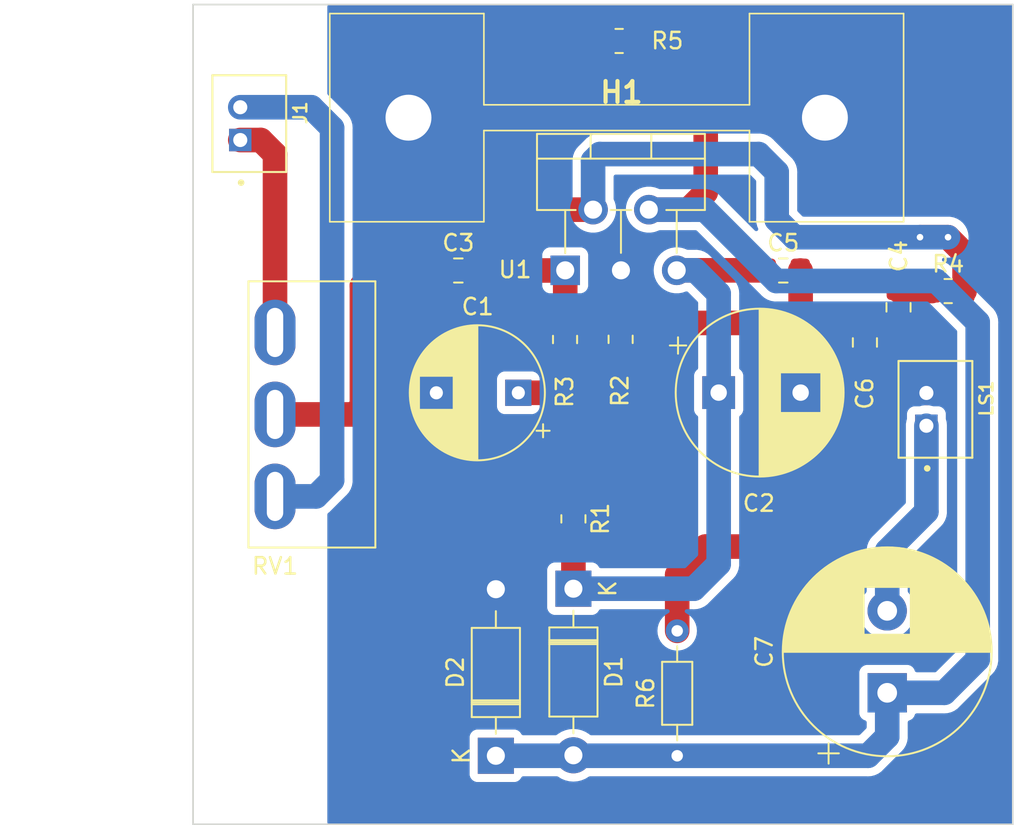
<source format=kicad_pcb>
(kicad_pcb (version 20221018) (generator pcbnew)
  (layers (0 "F.Cu" signal) (31 "B.Cu" signal) (34 "B.Paste" user) (35 "F.Paste" user) (36 "B.SilkS" user "B.Silkscreen") (37 "F.SilkS" user "F.Silkscreen") (38 "B.Mask" user) (39 "F.Mask" user) (44 "Edge.Cuts" user))
  (net 0 "")
  (net 1 "Net-(C1-Pad1)")
  (net 2 "-12V")
  (net 3 "+12V")
  (net 4 "Net-(C3-Pad1)")
  (net 5 "Net-(U1-+)")
  (net 6 "Net-(C4-Pad1)")
  (net 7 "Net-(C6-Pad1)")
  (net 8 "Net-(D1-A)")
  (net 9 "Net-(C7-Pad2)")
  (net 10 "Net-(U1--)")
  (net 11 "Signal_INPUT")
  (net 12 "GND")
  (footprint "Diode_THT:D_DO-41_SOD81_P10.16mm_Horizontal" (layer "F.Cu") (at 118.47 145.82 90)
    (fp_text reference "D2" (at 5.08 -2.47 90) (layer "F.SilkS"))
    (fp_text value "1N4007")
    (fp_text user "K" (at 0 -2.1 90) (layer "F.SilkS"))
    (pad "1" thru_hole rect (at 0 0 90) (size 2.2 2.2) (drill 1.1) (layers "*.Cu" "*.Mask") (net 8 "Net-(D1-A)"))
    (pad "2" thru_hole oval (at 10.16 0 90) (size 2.2 2.2) (drill 1.1) (layers "*.Cu" "*.Mask") (net 2 "-12V"))
  )
  (footprint "Capacitor_THT:CP_Radial_D8.0mm_P5.00mm" (layer "F.Cu") (at 119.84 123.68 180)
    (fp_text reference "C1" (at 2.48 5.25) (layer "F.SilkS"))
    (fp_text value "22uf")
    (pad "1" thru_hole rect (at 0 0 180) (size 1.6 1.6) (drill 0.8) (layers "*.Cu" "*.Mask") (net 1 "Net-(C1-Pad1)"))
    (pad "2" thru_hole circle (at 5 0 180) (size 1.6 1.6) (drill 0.8) (layers "*.Cu" "*.Mask") (net 2 "-12V"))
  )
  (footprint "Capacitor_THT:CP_Radial_D12.5mm_P5.00mm" (layer "F.Cu") (at 142.34 141.98 90)
    (fp_text reference "C7" (at 2.5 -7.5 90) (layer "F.SilkS"))
    (fp_text value "2000uf")
    (pad "1" thru_hole rect (at 0 0 90) (size 2.4 2.4) (drill 1.2) (layers "*.Cu" "*.Mask") (net 8 "Net-(D1-A)"))
    (pad "2" thru_hole circle (at 5 0 90) (size 2.4 2.4) (drill 1.2) (layers "*.Cu" "*.Mask") (net 9 "Net-(C7-Pad2)"))
  )
  (footprint "Capacitor_SMD:C_0805_2012Metric_Pad1.18x1.45mm_HandSolder" (layer "F.Cu") (at 140.98 120.61 90)
    (fp_text reference "C6" (at -3.12 -0.01 90) (layer "F.SilkS"))
    (fp_text value "220nf")
    (pad "1" smd roundrect (at -1.0375 0 90) (size 1.175 1.45) (layers "F.Cu" "F.Paste" "F.Mask") (roundrect_rratio 0.212766) (net 7 "Net-(C6-Pad1)"))
    (pad "2" smd roundrect (at 1.0375 0 90) (size 1.175 1.45) (layers "F.Cu" "F.Paste" "F.Mask") (roundrect_rratio 0.212766) (net 2 "-12V"))
  )
  (footprint "footprints:JST_B2B-PH-K-S(LF)(SN)" (layer "F.Cu") (at 103.43 107.2625 -90)
    (fp_text reference "J1" (at -0.660995 -3.112685 90) (layer "F.SilkS") (effects (font (size 0.801205 0.801205))))
    (fp_text value "Conn_01x02_Pin")
    (pad "1" thru_hole rect (at 1 0.55 270) (size 1.368 1.368) (drill 0.86) (layers "*.Cu" "*.Mask") (net 11 "Signal_INPUT"))
    (pad "2" thru_hole circle (at -1 0.55 270) (size 1.368 1.368) (drill 0.86) (layers "*.Cu" "*.Mask") (net 12 "GND"))
  )
  (footprint "Resistor_SMD:R_0805_2012Metric_Pad1.20x1.40mm_HandSolder" (layer "F.Cu") (at 122.69 120.43 90)
    (fp_text reference "R3" (at -3.19 -0.02 90) (layer "F.SilkS"))
    (fp_text value "100k")
    (pad "1" smd roundrect (at -1 0 90) (size 1.2 1.4) (layers "F.Cu" "F.Paste" "F.Mask") (roundrect_rratio 0.208333) (net 1 "Net-(C1-Pad1)"))
    (pad "2" smd roundrect (at 1 0 90) (size 1.2 1.4) (layers "F.Cu" "F.Paste" "F.Mask") (roundrect_rratio 0.208333) (net 5 "Net-(U1-+)"))
  )
  (footprint "Resistor_SMD:R_0805_2012Metric_Pad1.20x1.40mm_HandSolder" (layer "F.Cu") (at 126.08 120.42 -90)
    (fp_text reference "R2" (at 3.14 0.04 90) (layer "F.SilkS"))
    (fp_text value "100k")
    (pad "1" smd roundrect (at -1 0 270) (size 1.2 1.4) (layers "F.Cu" "F.Paste" "F.Mask") (roundrect_rratio 0.208333) (net 2 "-12V"))
    (pad "2" smd roundrect (at 1 0 270) (size 1.2 1.4) (layers "F.Cu" "F.Paste" "F.Mask") (roundrect_rratio 0.208333) (net 1 "Net-(C1-Pad1)"))
  )
  (footprint "Capacitor_SMD:C_0805_2012Metric_Pad1.18x1.45mm_HandSolder" (layer "F.Cu") (at 143.03 118.4675 -90)
    (fp_text reference "C4" (at -3.12 -0.01 90) (layer "F.SilkS"))
    (fp_text value "2uf")
    (pad "1" smd roundrect (at -1.0375 0 270) (size 1.175 1.45) (layers "F.Cu" "F.Paste" "F.Mask") (roundrect_rratio 0.212766) (net 6 "Net-(C4-Pad1)"))
    (pad "2" smd roundrect (at 1.0375 0 270) (size 1.175 1.45) (layers "F.Cu" "F.Paste" "F.Mask") (roundrect_rratio 0.212766) (net 2 "-12V"))
  )
  (footprint "Resistor_THT:R_Axial_DIN0204_L3.6mm_D1.6mm_P7.62mm_Horizontal" (layer "F.Cu") (at 129.53 145.82 90)
    (fp_text reference "R6" (at 3.81 -1.92 90) (layer "F.SilkS"))
    (fp_text value "1ohm")
    (pad "1" thru_hole circle (at 0 0 90) (size 1.4 1.4) (drill 0.7) (layers "*.Cu" "*.Mask") (net 8 "Net-(D1-A)"))
    (pad "2" thru_hole oval (at 7.62 0 90) (size 1.4 1.4) (drill 0.7) (layers "*.Cu" "*.Mask") (net 7 "Net-(C6-Pad1)"))
  )
  (footprint "Resistor_SMD:R_0805_2012Metric_Pad1.20x1.40mm_HandSolder" (layer "F.Cu") (at 125.99 102.22 180)
    (fp_text reference "R5" (at -2.94 0.01) (layer "F.SilkS"))
    (fp_text value "150k")
    (pad "1" smd roundrect (at -1 0 180) (size 1.2 1.4) (layers "F.Cu" "F.Paste" "F.Mask") (roundrect_rratio 0.208333) (net 8 "Net-(D1-A)"))
    (pad "2" smd roundrect (at 1 0 180) (size 1.2 1.4) (layers "F.Cu" "F.Paste" "F.Mask") (roundrect_rratio 0.208333) (net 10 "Net-(U1--)"))
  )
  (footprint "Capacitor_THT:CP_Radial_D10.0mm_P5.00mm" (layer "F.Cu") (at 132.06 123.67)
    (fp_text reference "C2" (at 2.45 6.75) (layer "F.SilkS"))
    (fp_text value "100uf")
    (pad "1" thru_hole rect (at 0 0) (size 2 2) (drill 1) (layers "*.Cu" "*.Mask") (net 3 "+12V"))
    (pad "2" thru_hole circle (at 5 0) (size 2 2) (drill 1) (layers "*.Cu" "*.Mask") (net 2 "-12V"))
  )
  (footprint "Diode_THT:D_DO-41_SOD81_P10.16mm_Horizontal" (layer "F.Cu") (at 123.2 135.63 -90)
    (fp_text reference "D1" (at 5.08 -2.47 90) (layer "F.SilkS"))
    (fp_text value "1N4007")
    (fp_text user "K" (at 0 -2.1 90) (layer "F.SilkS"))
    (pad "1" thru_hole rect (at 0 0 270) (size 2.2 2.2) (drill 1.1) (layers "*.Cu" "*.Mask") (net 3 "+12V"))
    (pad "2" thru_hole oval (at 10.16 0 270) (size 2.2 2.2) (drill 1.1) (layers "*.Cu" "*.Mask") (net 8 "Net-(D1-A)"))
  )
  (footprint "Potentiometer_THT:Potentiometer_Piher_T-16H_Single_Horizontal" (layer "F.Cu") (at 105 120 180)
    (fp_text reference "RV1" (at 0 -14.25) (layer "F.SilkS"))
    (fp_text value "22k")
    (pad "1" thru_hole oval locked (at 0 0 180) (size 2.5 4) (drill oval 1 3) (layers "*.Cu" "*.Mask") (net 11 "Signal_INPUT"))
    (pad "2" thru_hole oval locked (at 0 -5 180) (size 2.5 4) (drill oval 1 3) (layers "*.Cu" "*.Mask") (net 4 "Net-(C3-Pad1)"))
    (pad "3" thru_hole oval locked (at 0 -10 180) (size 2.5 4) (drill oval 1 3) (layers "*.Cu" "*.Mask") (net 12 "GND"))
  )
  (footprint "Package_TO_SOT_THT:TO-220-5_P3.4x3.7mm_StaggerOdd_Lead3.8mm_Vertical" (layer "F.Cu") (at 122.7 116.21)
    (fp_text reference "U1" (at -3.06 -0.04) (layer "F.SilkS"))
    (fp_text value "TDA2030")
    (pad "1" thru_hole rect (at 0 0) (size 1.8 1.8) (drill 1.1) (layers "*.Cu" "*.Mask") (net 5 "Net-(U1-+)"))
    (pad "2" thru_hole oval (at 1.7 -3.7) (size 1.8 1.8) (drill 1.1) (layers "*.Cu" "*.Mask") (net 10 "Net-(U1--)"))
    (pad "3" thru_hole oval (at 3.4 0) (size 1.8 1.8) (drill 1.1) (layers "*.Cu" "*.Mask") (net 2 "-12V"))
    (pad "4" thru_hole oval (at 5.1 -3.7) (size 1.8 1.8) (drill 1.1) (layers "*.Cu" "*.Mask") (net 8 "Net-(D1-A)"))
    (pad "5" thru_hole oval (at 6.8 0) (size 1.8 1.8) (drill 1.1) (layers "*.Cu" "*.Mask") (net 3 "+12V"))
  )
  (footprint "footprints:JST_B2B-PH-K-S(LF)(SN)" (layer "F.Cu") (at 145.28 124.69 -90)
    (fp_text reference "LS1" (at -0.660995 -3.112685 90) (layer "F.SilkS") (effects (font (size 0.801205 0.801205))))
    (fp_text value "Speaker")
    (pad "1" thru_hole rect (at 1 0.55 270) (size 1.368 1.368) (drill 0.86) (layers "*.Cu" "*.Mask") (net 9 "Net-(C7-Pad2)"))
    (pad "2" thru_hole circle (at -1 0.55 270) (size 1.368 1.368) (drill 0.86) (layers "*.Cu" "*.Mask") (net 2 "-12V"))
  )
  (footprint "Resistor_SMD:R_0805_2012Metric_Pad1.20x1.40mm_HandSolder" (layer "F.Cu") (at 123.2 131.37 -90)
    (fp_text reference "R1" (at 0 -1.65 90) (layer "F.SilkS"))
    (fp_text value "100k")
    (pad "1" smd roundrect (at -1 0 270) (size 1.2 1.4) (layers "F.Cu" "F.Paste" "F.Mask") (roundrect_rratio 0.208333) (net 1 "Net-(C1-Pad1)"))
    (pad "2" smd roundrect (at 1 0 270) (size 1.2 1.4) (layers "F.Cu" "F.Paste" "F.Mask") (roundrect_rratio 0.208333) (net 3 "+12V"))
  )
  (footprint "Capacitor_SMD:C_0805_2012Metric_Pad1.18x1.45mm_HandSolder" (layer "F.Cu") (at 136 116.22)
    (fp_text reference "C5" (at 0 -1.68) (layer "F.SilkS"))
    (fp_text value "100nf")
    (pad "1" smd roundrect (at -1.0375 0) (size 1.175 1.45) (layers "F.Cu" "F.Paste" "F.Mask") (roundrect_rratio 0.212766) (net 3 "+12V"))
    (pad "2" smd roundrect (at 1.0375 0) (size 1.175 1.45) (layers "F.Cu" "F.Paste" "F.Mask") (roundrect_rratio 0.212766) (net 2 "-12V"))
  )
  (footprint "Resistor_SMD:R_0805_2012Metric_Pad1.20x1.40mm_HandSolder" (layer "F.Cu") (at 146.06 117.475)
    (fp_text reference "R4" (at 0 -1.65) (layer "F.SilkS"))
    (fp_text value "4.7k")
    (pad "1" smd roundrect (at -1 0) (size 1.2 1.4) (layers "F.Cu" "F.Paste" "F.Mask") (roundrect_rratio 0.208333) (net 6 "Net-(C4-Pad1)"))
    (pad "2" smd roundrect (at 1 0) (size 1.2 1.4) (layers "F.Cu" "F.Paste" "F.Mask") (roundrect_rratio 0.208333) (net 10 "Net-(U1--)"))
  )
  (footprint "Capacitor_SMD:C_0805_2012Metric_Pad1.18x1.45mm_HandSolder" (layer "F.Cu") (at 116.18 116.22)
    (fp_text reference "C3" (at 0 -1.68) (layer "F.SilkS"))
    (fp_text value "1uf")
    (pad "1" smd roundrect (at -1.0375 0) (size 1.175 1.45) (layers "F.Cu" "F.Paste" "F.Mask") (roundrect_rratio 0.212766) (net 4 "Net-(C3-Pad1)"))
    (pad "2" smd roundrect (at 1.0375 0) (size 1.175 1.45) (layers "F.Cu" "F.Paste" "F.Mask") (roundrect_rratio 0.212766) (net 5 "Net-(U1-+)"))
  )
  (footprint "SamacSys_Parts:HSEB20254035H01" (layer "F.Cu") (at 113.14 106.9)
    (fp_text reference "H1" (at 12.99 -1.54) (layer "F.SilkS") (effects (font (size 1.27 1.27) (thickness 0.254))))
    (fp_text value "HSE-B20254-035H-01" hide)
    (pad "1" thru_hole circle (at 0 0) (size 4.2 4.2) (drill 2.8) (layers "*.Cu" "*.Mask") (net 2 "-12V"))
    (pad "2" thru_hole circle (at 25.4 0) (size 4.2 4.2) (drill 2.8) (layers "*.Cu" "*.Mask") (net 2 "-12V"))
  )
  (gr_line (start 100 150) (end 150 150) (stroke (width 0.1)) (layer "Edge.Cuts"))
  (gr_line (start 100 100) (end 150 100) (stroke (width 0.1)) (layer "Edge.Cuts"))
  (gr_line (start 100 100) (end 100 150) (stroke (width 0.1)) (layer "Edge.Cuts"))
  (gr_line (start 150 100) (end 150 150) (stroke (width 0.1)) (layer "Edge.Cuts"))
  (segment (start 123.2 123.78) (end 123.2 130.37) (width 1.5) (layer "F.Cu") (net 1))
  (segment (start 122.28 123.68) (end 122.69 123.27) (width 1.5) (layer "F.Cu") (net 1))
  (segment (start 122.69 121.43) (end 126.07 121.43) (width 1.5) (layer "F.Cu") (net 1))
  (segment (start 119.84 123.68) (end 122.28 123.68) (width 1.5) (layer "F.Cu") (net 1))
  (segment (start 122.69 123.27) (end 123.2 123.78) (width 1.5) (layer "F.Cu") (net 1))
  (segment (start 126.07 121.43) (end 126.08 121.42) (width 1.5) (layer "F.Cu") (net 1))
  (segment (start 122.69 123.27) (end 122.69 121.43) (width 1.5) (layer "F.Cu") (net 1))
  (segment (start 137.06 116.2425) (end 137.0375 116.22) (width 1.5) (layer "F.Cu") (net 2))
  (segment (start 137.06 121.93) (end 137.06 123.67) (width 1.5) (layer "F.Cu") (net 2))
  (segment (start 126.1 119.4) (end 126.08 119.42) (width 1.5) (layer "F.Cu") (net 2))
  (segment (start 143.03 119.505) (end 142.28 119.505) (width 1.5) (layer "F.Cu") (net 2))
  (segment (start 126.08 119.42) (end 137.06 119.42) (width 1.5) (layer "F.Cu") (net 2))
  (segment (start 137.06 121.93) (end 137.06 116.2425) (width 1.5) (layer "F.Cu") (net 2))
  (segment (start 144.005 119.505) (end 144.73 120.23) (width 1.5) (layer "F.Cu") (net 2))
  (segment (start 144.73 120.23) (end 144.73 123.69) (width 1.5) (layer "F.Cu") (net 2))
  (segment (start 142.28 119.505) (end 144.005 119.505) (width 1.5) (layer "F.Cu") (net 2))
  (segment (start 137.06 119.42) (end 137.06 121.93) (width 1.5) (layer "F.Cu") (net 2))
  (segment (start 142.28 119.505) (end 137.145 119.505) (width 1.5) (layer "F.Cu") (net 2))
  (segment (start 126.1 116.21) (end 126.1 119.4) (width 1.5) (layer "F.Cu") (net 2))
  (segment (start 129.5 116.21) (end 134.9525 116.21) (width 1.5) (layer "F.Cu") (net 3))
  (segment (start 123.2 132.37) (end 123.2 135.63) (width 1.5) (layer "F.Cu") (net 3))
  (segment (start 134.9525 116.21) (end 134.9625 116.22) (width 1.5) (layer "F.Cu") (net 3))
  (segment (start 129.5 116.21) (end 130.64 116.21) (width 1.5) (layer "B.Cu") (net 3))
  (segment (start 130.55 135.63) (end 132.06 134.12) (width 1.5) (layer "B.Cu") (net 3))
  (segment (start 132.06 117.63) (end 132.06 123.67) (width 1.5) (layer "B.Cu") (net 3))
  (segment (start 132.06 134.12) (end 132.06 123.67) (width 1.5) (layer "B.Cu") (net 3))
  (segment (start 123.2 135.63) (end 130.55 135.63) (width 1.5) (layer "B.Cu") (net 3))
  (segment (start 130.64 116.21) (end 132.06 117.63) (width 1.5) (layer "B.Cu") (net 3))
  (segment (start 111.22 116.22) (end 115.1425 116.22) (width 1.5) (layer "F.Cu") (net 4))
  (segment (start 105 125) (end 109.82 125) (width 1.5) (layer "F.Cu") (net 4))
  (segment (start 110.3 124.52) (end 110.3 117.14) (width 1.5) (layer "F.Cu") (net 4))
  (segment (start 109.82 125) (end 110.3 124.52) (width 1.5) (layer "F.Cu") (net 4))
  (segment (start 110.3 117.14) (end 111.22 116.22) (width 1.5) (layer "F.Cu") (net 4))
  (segment (start 122.69 116.22) (end 122.7 116.21) (width 1.5) (layer "F.Cu") (net 5))
  (segment (start 122.7 116.21) (end 122.7 119.42) (width 1.5) (layer "F.Cu") (net 5))
  (segment (start 122.7 119.42) (end 122.69 119.43) (width 1.5) (layer "F.Cu") (net 5))
  (segment (start 117.2175 116.22) (end 122.69 116.22) (width 1.5) (layer "F.Cu") (net 5))
  (segment (start 145.015 117.43) (end 145.06 117.475) (width 1.5) (layer "F.Cu") (net 6))
  (segment (start 143.03 117.43) (end 145.015 117.43) (width 1.5) (layer "F.Cu") (net 6))
  (segment (start 139.33 133.06) (end 131.25 133.06) (width 1.5) (layer "F.Cu") (net 7))
  (segment (start 140.98 131.41) (end 139.33 133.06) (width 1.5) (layer "F.Cu") (net 7))
  (segment (start 140.98 121.6475) (end 140.98 131.41) (width 1.5) (layer "F.Cu") (net 7))
  (segment (start 131.25 133.06) (end 129.53 134.78) (width 1.5) (layer "F.Cu") (net 7))
  (segment (start 129.53 134.78) (end 129.53 138.2) (width 1.5) (layer "F.Cu") (net 7))
  (segment (start 131.27 103.63) (end 131.27 111.45) (width 1.5) (layer "F.Cu") (net 8))
  (segment (start 131.27 111.45) (end 130.21 112.51) (width 1.5) (layer "F.Cu") (net 8))
  (segment (start 126.99 102.22) (end 129.86 102.22) (width 1.5) (layer "F.Cu") (net 8))
  (segment (start 130.21 112.51) (end 127.8 112.51) (width 1.5) (layer "F.Cu") (net 8))
  (segment (start 129.86 102.22) (end 131.27 103.63) (width 1.5) (layer "F.Cu") (net 8))
  (segment (start 135.57 116.86) (end 145.34 116.86) (width 1.5) (layer "B.Cu") (net 8))
  (segment (start 147.86 119.38) (end 147.86 139.94) (width 1.5) (layer "B.Cu") (net 8))
  (segment (start 118.47 145.82) (end 141.17 145.82) (width 1.5) (layer "B.Cu") (net 8))
  (segment (start 127.8 112.51) (end 131.22 112.51) (width 1.5) (layer "B.Cu") (net 8))
  (segment (start 145.34 116.86) (end 147.86 119.38) (width 1.5) (layer "B.Cu") (net 8))
  (segment (start 142.34 144.65) (end 142.34 141.98) (width 1.5) (layer "B.Cu") (net 8))
  (segment (start 131.22 112.51) (end 135.57 116.86) (width 1.5) (layer "B.Cu") (net 8))
  (segment (start 147.86 139.94) (end 145.82 141.98) (width 1.5) (layer "B.Cu") (net 8))
  (segment (start 145.82 141.98) (end 142.34 141.98) (width 1.5) (layer "B.Cu") (net 8))
  (segment (start 141.17 145.82) (end 142.34 144.65) (width 1.5) (layer "B.Cu") (net 8))
  (segment (start 142.34 133.32) (end 144.73 130.93) (width 1.5) (layer "B.Cu") (net 9))
  (segment (start 142.34 136.98) (end 142.34 133.32) (width 1.5) (layer "B.Cu") (net 9))
  (segment (start 144.73 130.93) (end 144.73 125.69) (width 1.5) (layer "B.Cu") (net 9))
  (segment (start 124.4 112.51) (end 122.79 112.51) (width 1.5) (layer "F.Cu") (net 10))
  (segment (start 144.34 114.19) (end 146.05 114.19) (width 1.5) (layer "F.Cu") (net 10))
  (segment (start 123.12 102.22) (end 124.99 102.22) (width 1.5) (layer "F.Cu") (net 10))
  (segment (start 122.79 112.51) (end 121.73 111.45) (width 1.5) (layer "F.Cu") (net 10))
  (segment (start 147.06 115.2) (end 147.06 117.475) (width 1.5) (layer "F.Cu") (net 10))
  (segment (start 146.05 114.19) (end 147.06 115.2) (width 1.5) (layer "F.Cu") (net 10))
  (segment (start 121.73 111.45) (end 121.73 103.61) (width 1.5) (layer "F.Cu") (net 10))
  (segment (start 121.73 103.61) (end 123.12 102.22) (width 1.5) (layer "F.Cu") (net 10))
  (via (at 146.05 114.19) (size 0.8) (drill 0.4) (layers "F.Cu" "B.Cu") (net 10))
  (via (at 144.34 114.19) (size 0.8) (drill 0.4) (layers "F.Cu" "B.Cu") (net 10))
  (segment (start 144.34 114.19) (end 146.05 114.19) (width 1.5) (layer "B.Cu") (net 10))
  (segment (start 134.5 109.12) (end 135.6 110.22) (width 1.5) (layer "B.Cu") (net 10))
  (segment (start 124.81 109.12) (end 134.5 109.12) (width 1.5) (layer "B.Cu") (net 10))
  (segment (start 135.6 110.22) (end 135.6 113.12) (width 1.5) (layer "B.Cu") (net 10))
  (segment (start 124.4 112.51) (end 124.4 109.53) (width 1.5) (layer "B.Cu") (net 10))
  (segment (start 136.67 114.19) (end 144.34 114.19) (width 1.5) (layer "B.Cu") (net 10))
  (segment (start 124.4 109.53) (end 124.81 109.12) (width 1.5) (layer "B.Cu") (net 10))
  (segment (start 135.6 113.12) (end 136.67 114.19) (width 1.5) (layer "B.Cu") (net 10))
  (segment (start 104.1325 108.2625) (end 105 109.13) (width 1.5) (layer "F.Cu") (net 11))
  (segment (start 105 109.13) (end 105 120) (width 1.5) (layer "F.Cu") (net 11))
  (segment (start 102.88 108.2625) (end 104.1325 108.2625) (width 1.5) (layer "F.Cu") (net 11))
  (segment (start 107.5 130) (end 108.48 129.02) (width 1.5) (layer "B.Cu") (net 12))
  (segment (start 108.48 107.53) (end 107.2125 106.2625) (width 1.5) (layer "B.Cu") (net 12))
  (segment (start 107.2125 106.2625) (end 102.88 106.2625) (width 1.5) (layer "B.Cu") (net 12))
  (segment (start 105 130) (end 107.5 130) (width 1.5) (layer "B.Cu") (net 12))
  (segment (start 108.48 129.02) (end 108.48 107.53) (width 1.5) (layer "B.Cu") (net 12))
  (zone (net 2) (net_name "-12V") (layer "B.Cu") (connect_pads yes (clearance 0.5)) (min_thickness 0.25) (fill yes (thermal_gap 0.5) (thermal_bridge_width 0.5))
    (polygon (pts (xy 108.19 100) (xy 150 100) (xy 150 150) (xy 108.19 150)))
  )
)
</source>
